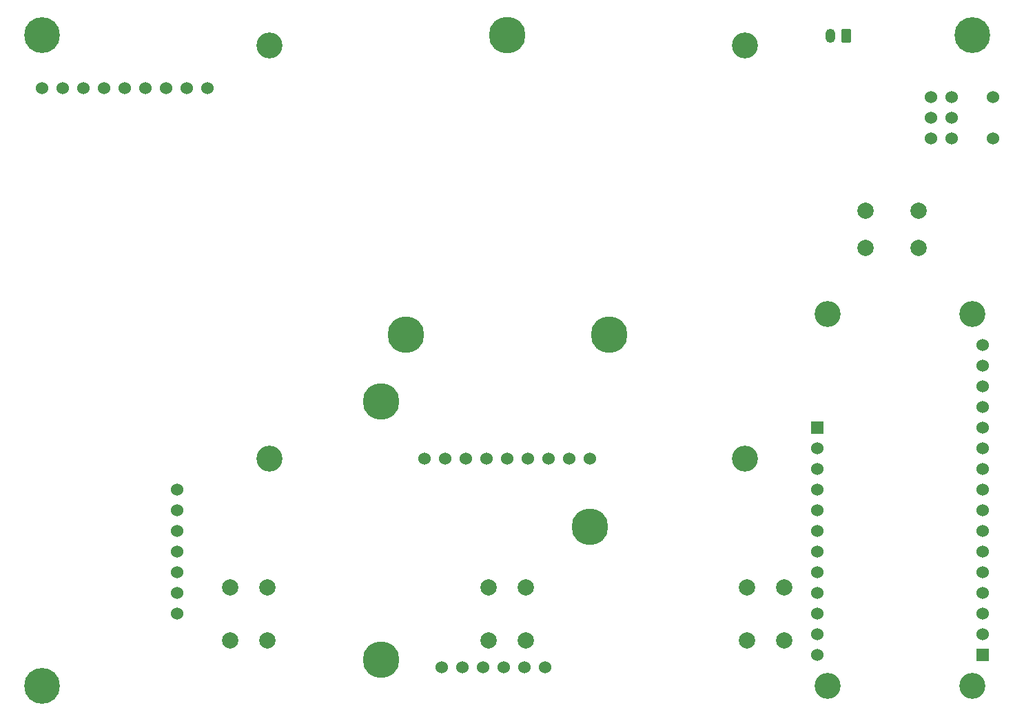
<source format=gbs>
%TF.GenerationSoftware,KiCad,Pcbnew,(6.0.2)*%
%TF.CreationDate,2022-03-08T23:09:40-05:00*%
%TF.ProjectId,st_pat,73745f70-6174-42e6-9b69-6361645f7063,rev?*%
%TF.SameCoordinates,Original*%
%TF.FileFunction,Soldermask,Bot*%
%TF.FilePolarity,Negative*%
%FSLAX46Y46*%
G04 Gerber Fmt 4.6, Leading zero omitted, Abs format (unit mm)*
G04 Created by KiCad (PCBNEW (6.0.2)) date 2022-03-08 23:09:40*
%MOMM*%
%LPD*%
G01*
G04 APERTURE LIST*
G04 Aperture macros list*
%AMRoundRect*
0 Rectangle with rounded corners*
0 $1 Rounding radius*
0 $2 $3 $4 $5 $6 $7 $8 $9 X,Y pos of 4 corners*
0 Add a 4 corners polygon primitive as box body*
4,1,4,$2,$3,$4,$5,$6,$7,$8,$9,$2,$3,0*
0 Add four circle primitives for the rounded corners*
1,1,$1+$1,$2,$3*
1,1,$1+$1,$4,$5*
1,1,$1+$1,$6,$7*
1,1,$1+$1,$8,$9*
0 Add four rect primitives between the rounded corners*
20,1,$1+$1,$2,$3,$4,$5,0*
20,1,$1+$1,$4,$5,$6,$7,0*
20,1,$1+$1,$6,$7,$8,$9,0*
20,1,$1+$1,$8,$9,$2,$3,0*%
G04 Aperture macros list end*
%ADD10C,2.000000*%
%ADD11C,3.200000*%
%ADD12C,1.530000*%
%ADD13C,4.400000*%
%ADD14C,1.524000*%
%ADD15C,4.500000*%
%ADD16RoundRect,0.250000X0.350000X0.625000X-0.350000X0.625000X-0.350000X-0.625000X0.350000X-0.625000X0*%
%ADD17O,1.200000X1.750000*%
%ADD18R,1.530000X1.530000*%
G04 APERTURE END LIST*
D10*
X143464000Y-131362000D03*
X143464000Y-137862000D03*
X147964000Y-131362000D03*
X147964000Y-137862000D03*
X111714000Y-137862000D03*
X111714000Y-131362000D03*
X116214000Y-137862000D03*
X116214000Y-131362000D03*
D11*
X174960000Y-115510000D03*
X116540000Y-115510000D03*
X174960000Y-64710000D03*
X116540000Y-64710000D03*
D12*
X155910000Y-115510000D03*
X153370000Y-115510000D03*
X150830000Y-115510000D03*
X148290000Y-115510000D03*
X145750000Y-115510000D03*
X143210000Y-115510000D03*
X140670000Y-115510000D03*
X138130000Y-115510000D03*
X135590000Y-115510000D03*
D10*
X189744000Y-85066000D03*
X196244000Y-85066000D03*
X196244000Y-89566000D03*
X189744000Y-89566000D03*
D12*
X88600000Y-69949000D03*
X91140000Y-69949000D03*
X93680000Y-69949000D03*
X96220000Y-69949000D03*
X98760000Y-69949000D03*
X101300000Y-69949000D03*
X103840000Y-69949000D03*
X106380000Y-69949000D03*
X108920000Y-69949000D03*
D10*
X175214000Y-137862000D03*
X175214000Y-131362000D03*
X179714000Y-131362000D03*
X179714000Y-137862000D03*
D13*
X202900000Y-63440000D03*
X88600000Y-143450000D03*
X88600000Y-63440000D03*
D14*
X205440000Y-71060000D03*
X205440000Y-76140000D03*
X197820000Y-71060000D03*
X197820000Y-73600000D03*
X197820000Y-76140000D03*
X200360000Y-71060000D03*
X200360000Y-73600000D03*
X200360000Y-76140000D03*
D15*
X145750000Y-63440000D03*
X155874000Y-123857000D03*
X130220000Y-108490000D03*
X130220000Y-140240000D03*
X158250000Y-100240000D03*
X133250000Y-100240000D03*
D14*
X150370000Y-141145000D03*
X147830000Y-141145000D03*
X145290000Y-141145000D03*
X142750000Y-141145000D03*
X140210000Y-141145000D03*
X137670000Y-141145000D03*
D16*
X187390000Y-63530000D03*
D17*
X185390000Y-63530000D03*
D11*
X185120000Y-97730000D03*
X202900000Y-97730000D03*
X202900000Y-143450000D03*
X185120000Y-143450000D03*
D18*
X204170000Y-139640000D03*
D12*
X204170000Y-137100000D03*
X204170000Y-134560000D03*
X204170000Y-132020000D03*
X204170000Y-129480000D03*
X204170000Y-126940000D03*
X204170000Y-124400000D03*
X204170000Y-121860000D03*
X204170000Y-119320000D03*
X204170000Y-116780000D03*
X204170000Y-114240000D03*
X204170000Y-111700000D03*
X204170000Y-109160000D03*
X204170000Y-106620000D03*
X204170000Y-104080000D03*
X204170000Y-101540000D03*
D18*
X183850000Y-111700000D03*
D12*
X183850000Y-114240000D03*
X183850000Y-116780000D03*
X183850000Y-119320000D03*
X183850000Y-121860000D03*
X183850000Y-124400000D03*
X183850000Y-126940000D03*
X183850000Y-129480000D03*
X183850000Y-132020000D03*
X183850000Y-134560000D03*
X183850000Y-137100000D03*
X183850000Y-139640000D03*
X105205000Y-119320000D03*
X105205000Y-121860000D03*
X105205000Y-124400000D03*
X105205000Y-126940000D03*
X105205000Y-129480000D03*
X105205000Y-132020000D03*
X105205000Y-134560000D03*
M02*

</source>
